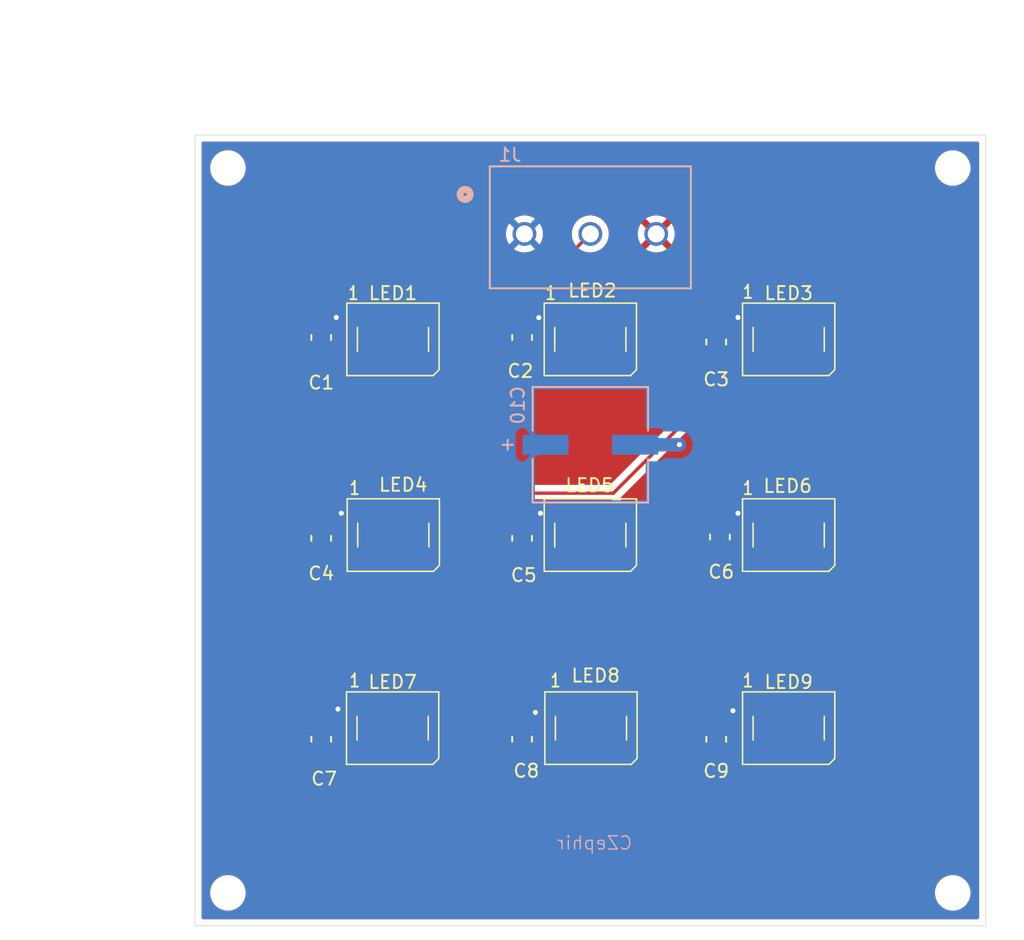
<source format=kicad_pcb>
(kicad_pcb (version 20240108) (generator "pcbnew") (generator_version "8.0")
  (layers (0 "F.Cu" signal) (31 "B.Cu" signal) (34 "B.Paste" user) (35 "F.Paste" user) (36 "B.SilkS" user "B.Silkscreen") (37 "F.SilkS" user "F.Silkscreen") (38 "B.Mask" user) (39 "F.Mask" user) (44 "Edge.Cuts" user))
  (net 0 "")
  (net 1 "GND")
  (net 2 "+5V")
  (net 3 "Net-(J1-Pin_2)")
  (net 4 "Net-(LED1-DOUT)")
  (net 5 "Net-(LED2-DOUT)")
  (net 6 "Net-(LED3-DOUT)")
  (net 7 "Net-(LED4-DOUT)")
  (net 8 "Net-(LED5-DOUT)")
  (net 9 "Net-(LED6-DOUT)")
  (net 10 "Net-(LED7-DOUT)")
  (net 11 "Net-(LED8-DOUT)")
  (footprint "FootprintLibrary:C_size0805" (layer "F.Cu") (at 147.32 101.6 -90)
    (property "Reference" "C5" (at 2.794 -0.127 0) (layer "F.SilkS"))
    (property "Value" "0.1uF")
    (fp_line (start -0.18775 0.7493) (end 0.18775 0.7493) (stroke (width 0.1524)) (layer "F.SilkS"))
    (fp_line (start 0.18775 -0.7493) (end -0.18775 -0.7493) (stroke (width 0.1524)) (layer "F.SilkS"))
    (pad "1" smd rect (at -0.9271 0 270) (size 0.8636 1.2446) (layers "F.Cu" "F.Paste" "F.Mask") (net 2 "+5V"))
    (pad "2" smd rect (at 0.9271 0 270) (size 0.8636 1.2446) (layers "F.Cu" "F.Paste" "F.Mask") (net 1 "GND"))
    (zone (net 0) (net_name "") (layer "F.Cu") (connect_pads (clearance 0)) (min_thickness 0.254)
      (keepout (tracks not_allowed) (vias not_allowed) (pads allowed) (copperpour not_allowed) (footprints allowed))
      (fill (thermal_gap 0.508) (thermal_bridge_width 0.508))
      (polygon (pts (xy 147.8915 101.1555) (xy 147.8915 102.0445) (xy 146.7485 102.0445) (xy 146.7485 101.1555)))
    )
  )
  (footprint "FootprintLibrary:C_size0805" (layer "F.Cu") (at 147.32 86.36 -90)
    (property "Reference" "C2" (at 2.54 0.127 0) (layer "F.SilkS"))
    (property "Value" "0.1uF")
    (fp_line (start -0.18775 0.7493) (end 0.18775 0.7493) (stroke (width 0.1524)) (layer "F.SilkS"))
    (fp_line (start 0.18775 -0.7493) (end -0.18775 -0.7493) (stroke (width 0.1524)) (layer "F.SilkS"))
    (pad "1" smd rect (at -0.9271 0 270) (size 0.8636 1.2446) (layers "F.Cu" "F.Paste" "F.Mask") (net 2 "+5V"))
    (pad "2" smd rect (at 0.9271 0 270) (size 0.8636 1.2446) (layers "F.Cu" "F.Paste" "F.Mask") (net 1 "GND"))
    (zone (net 0) (net_name "") (layer "F.Cu") (connect_pads (clearance 0)) (min_thickness 0.254)
      (keepout (tracks not_allowed) (vias not_allowed) (pads allowed) (copperpour not_allowed) (footprints allowed))
      (fill (thermal_gap 0.508) (thermal_bridge_width 0.508))
      (polygon (pts (xy 147.8915 85.9155) (xy 147.8915 86.8045) (xy 146.7485 86.8045) (xy 146.7485 85.9155)))
    )
  )
  (footprint "LED_SMD:LED_WS2812B_PLCC4_5.0x5.0mm_P3.2mm" (layer "F.Cu") (at 167.55 101.35)
    (property "Reference" "LED6" (at -0.075 -3.725 0) (layer "F.SilkS"))
    (property "Value" "~")
    (fp_line (start -3.5 -2.75) (end -3.5 2.75) (stroke (width 0.12)) (layer "F.SilkS"))
    (fp_line (start -3.5 -2.75) (end 3.5 -2.75) (stroke (width 0.12)) (layer "F.SilkS"))
    (fp_line (start -3.5 2.75) (end 3.05 2.75) (stroke (width 0.12)) (layer "F.SilkS"))
    (fp_line (start -2.7 0.9) (end -2.7 -0.9) (stroke (width 0.12)) (layer "F.SilkS"))
    (fp_line (start 2.7 0.9) (end 2.7 -0.9) (stroke (width 0.12)) (layer "F.SilkS"))
    (fp_line (start 3.05 2.75) (end 3.5 2.3) (stroke (width 0.12)) (layer "F.SilkS"))
    (fp_line (start 3.5 2.3) (end 3.5 -2.75) (stroke (width 0.12)) (layer "F.SilkS"))
    (fp_text user "1" (at -3.085 -3.56 0) (layer "F.SilkS") (effects (font (size 1 0.8))))
    (pad "1" smd roundrect (at -2.45 -1.65) (size 1.5 0.9) (layers "F.Cu" "F.Paste" "F.Mask") (roundrect_rratio 0.1) (net 2 "+5V"))
    (pad "2" smd roundrect (at -2.45 1.65) (size 1.5 0.9) (layers "F.Cu" "F.Paste" "F.Mask") (roundrect_rratio 0.1) (net 9 "Net-(LED6-DOUT)"))
    (pad "3" smd roundrect (at 2.45 1.65) (size 1.5 0.9) (layers "F.Cu" "F.Paste" "F.Mask") (roundrect_rratio 0.1) (net 1 "GND"))
    (pad "4" smd roundrect (at 2.45 -1.65) (size 1.5 0.9) (layers "F.Cu" "F.Paste" "F.Mask") (roundrect_rratio 0.1) (net 8 "Net-(LED5-DOUT)"))
  )
  (footprint "MountingHole:MountingHole_2.2mm_M2" (layer "F.Cu") (at 125 73.5)
    (property "Reference" "REF**" (hide yes))
    (property "Value" "MountingHole_2.2mm_M2" (hide yes))
    (pad "" np_thru_hole circle (at 0 0) (size 2.2 2.2) (drill 2.2) (layers "*.Cu" "*.Mask"))
  )
  (footprint "LED_SMD:LED_WS2812B_PLCC4_5.0x5.0mm_P3.2mm" (layer "F.Cu") (at 167.55 86.5)
    (property "Reference" "LED3" (at 0 -3.5 0) (layer "F.SilkS"))
    (property "Value" "~")
    (fp_line (start -3.5 -2.75) (end -3.5 2.75) (stroke (width 0.12)) (layer "F.SilkS"))
    (fp_line (start -3.5 -2.75) (end 3.5 -2.75) (stroke (width 0.12)) (layer "F.SilkS"))
    (fp_line (start -3.5 2.75) (end 3.05 2.75) (stroke (width 0.12)) (layer "F.SilkS"))
    (fp_line (start -2.7 0.9) (end -2.7 -0.9) (stroke (width 0.12)) (layer "F.SilkS"))
    (fp_line (start 2.7 0.9) (end 2.7 -0.9) (stroke (width 0.12)) (layer "F.SilkS"))
    (fp_line (start 3.05 2.75) (end 3.5 2.3) (stroke (width 0.12)) (layer "F.SilkS"))
    (fp_line (start 3.5 2.3) (end 3.5 -2.75) (stroke (width 0.12)) (layer "F.SilkS"))
    (fp_text user "1" (at -3.085 -3.6 0) (layer "F.SilkS") (effects (font (size 1 0.8))))
    (pad "1" smd roundrect (at -2.45 -1.65) (size 1.5 0.9) (layers "F.Cu" "F.Paste" "F.Mask") (roundrect_rratio 0.1) (net 2 "+5V"))
    (pad "2" smd roundrect (at -2.45 1.65) (size 1.5 0.9) (layers "F.Cu" "F.Paste" "F.Mask") (roundrect_rratio 0.1) (net 6 "Net-(LED3-DOUT)"))
    (pad "3" smd roundrect (at 2.45 1.65) (size 1.5 0.9) (layers "F.Cu" "F.Paste" "F.Mask") (roundrect_rratio 0.1) (net 1 "GND"))
    (pad "4" smd roundrect (at 2.45 -1.65) (size 1.5 0.9) (layers "F.Cu" "F.Paste" "F.Mask") (roundrect_rratio 0.1) (net 5 "Net-(LED2-DOUT)"))
  )
  (footprint "FootprintLibrary:C_size0805" (layer "F.Cu") (at 162.332 101.5 -90)
    (property "Reference" "C6" (at 2.64 -0.101 0) (layer "F.SilkS"))
    (property "Value" "0.1uF")
    (fp_line (start -0.18775 0.7493) (end 0.18775 0.7493) (stroke (width 0.1524)) (layer "F.SilkS"))
    (fp_line (start 0.18775 -0.7493) (end -0.18775 -0.7493) (stroke (width 0.1524)) (layer "F.SilkS"))
    (pad "1" smd rect (at -0.9271 0 270) (size 0.8636 1.2446) (layers "F.Cu" "F.Paste" "F.Mask") (net 2 "+5V"))
    (pad "2" smd rect (at 0.9271 0 270) (size 0.8636 1.2446) (layers "F.Cu" "F.Paste" "F.Mask") (net 1 "GND"))
    (zone (net 0) (net_name "") (layer "F.Cu") (connect_pads (clearance 0)) (min_thickness 0.254)
      (keepout (tracks not_allowed) (vias not_allowed) (pads allowed) (copperpour not_allowed) (footprints allowed))
      (fill (thermal_gap 0.508) (thermal_bridge_width 0.508))
      (polygon (pts (xy 162.9035 101.0555) (xy 162.9035 101.9445) (xy 161.7605 101.9445) (xy 161.7605 101.0555)))
    )
  )
  (footprint "LED_SMD:LED_WS2812B_PLCC4_5.0x5.0mm_P3.2mm" (layer "F.Cu") (at 152.5 101.35)
    (property "Reference" "LED5" (at -0.05 -3.775 0) (layer "F.SilkS"))
    (property "Value" "~")
    (fp_line (start -3.5 -2.75) (end -3.5 2.75) (stroke (width 0.12)) (layer "F.SilkS"))
    (fp_line (start -3.5 -2.75) (end 3.5 -2.75) (stroke (width 0.12)) (layer "F.SilkS"))
    (fp_line (start -3.5 2.75) (end 3.05 2.75) (stroke (width 0.12)) (layer "F.SilkS"))
    (fp_line (start -2.7 0.9) (end -2.7 -0.9) (stroke (width 0.12)) (layer "F.SilkS"))
    (fp_line (start 2.7 0.9) (end 2.7 -0.9) (stroke (width 0.12)) (layer "F.SilkS"))
    (fp_line (start 3.05 2.75) (end 3.5 2.3) (stroke (width 0.12)) (layer "F.SilkS"))
    (fp_line (start 3.5 2.3) (end 3.5 -2.75) (stroke (width 0.12)) (layer "F.SilkS"))
    (pad "1" smd roundrect (at -2.45 -1.65) (size 1.5 0.9) (layers "F.Cu" "F.Paste" "F.Mask") (roundrect_rratio 0.1) (net 2 "+5V"))
    (pad "2" smd roundrect (at -2.45 1.65) (size 1.5 0.9) (layers "F.Cu" "F.Paste" "F.Mask") (roundrect_rratio 0.1) (net 8 "Net-(LED5-DOUT)"))
    (pad "3" smd roundrect (at 2.45 1.65) (size 1.5 0.9) (layers "F.Cu" "F.Paste" "F.Mask") (roundrect_rratio 0.1) (net 1 "GND"))
    (pad "4" smd roundrect (at 2.45 -1.65) (size 1.5 0.9) (layers "F.Cu" "F.Paste" "F.Mask") (roundrect_rratio 0.1) (net 7 "Net-(LED4-DOUT)"))
  )
  (footprint "MountingHole:MountingHole_2.2mm_M2" (layer "F.Cu") (at 180 73.5)
    (property "Reference" "REF**" (hide yes))
    (property "Value" "MountingHole_2.2mm_M2" (hide yes))
    (pad "" np_thru_hole circle (at 0 0) (size 2.2 2.2) (drill 2.2) (layers "*.Cu" "*.Mask"))
  )
  (footprint "LED_SMD:LED_WS2812B_PLCC4_5.0x5.0mm_P3.2mm" (layer "F.Cu") (at 137.5 116)
    (property "Reference" "LED7" (at 0 -3.5 0) (layer "F.SilkS"))
    (property "Value" "~")
    (fp_line (start -3.5 -2.75) (end -3.5 2.75) (stroke (width 0.12)) (layer "F.SilkS"))
    (fp_line (start -3.5 -2.75) (end 3.5 -2.75) (stroke (width 0.12)) (layer "F.SilkS"))
    (fp_line (start -3.5 2.75) (end 3.05 2.75) (stroke (width 0.12)) (layer "F.SilkS"))
    (fp_line (start -2.7 0.9) (end -2.7 -0.9) (stroke (width 0.12)) (layer "F.SilkS"))
    (fp_line (start 2.7 0.9) (end 2.7 -0.9) (stroke (width 0.12)) (layer "F.SilkS"))
    (fp_line (start 3.05 2.75) (end 3.5 2.3) (stroke (width 0.12)) (layer "F.SilkS"))
    (fp_line (start 3.5 2.3) (end 3.5 -2.75) (stroke (width 0.12)) (layer "F.SilkS"))
    (fp_text user "1" (at -2.88 -3.605 0) (layer "F.SilkS") (effects (font (size 1 0.8))))
    (pad "1" smd roundrect (at -2.45 -1.65) (size 1.5 0.9) (layers "F.Cu" "F.Paste" "F.Mask") (roundrect_rratio 0.1) (net 2 "+5V"))
    (pad "2" smd roundrect (at -2.45 1.65) (size 1.5 0.9) (layers "F.Cu" "F.Paste" "F.Mask") (roundrect_rratio 0.1) (net 10 "Net-(LED7-DOUT)"))
    (pad "3" smd roundrect (at 2.45 1.65) (size 1.5 0.9) (layers "F.Cu" "F.Paste" "F.Mask") (roundrect_rratio 0.1) (net 1 "GND"))
    (pad "4" smd roundrect (at 2.45 -1.65) (size 1.5 0.9) (layers "F.Cu" "F.Paste" "F.Mask") (roundrect_rratio 0.1) (net 9 "Net-(LED6-DOUT)"))
  )
  (footprint "MountingHole:MountingHole_2.2mm_M2" (layer "F.Cu") (at 125 128.5)
    (property "Reference" "REF**" (hide yes))
    (property "Value" "MountingHole_2.2mm_M2" (hide yes))
    (pad "" np_thru_hole circle (at 0 0) (size 2.2 2.2) (drill 2.2) (layers "*.Cu" "*.Mask"))
  )
  (footprint "LED_SMD:LED_WS2812B_PLCC4_5.0x5.0mm_P3.2mm" (layer "F.Cu") (at 167.55 116)
    (property "Reference" "LED9" (at 0 -3.5 0) (layer "F.SilkS"))
    (property "Value" "~")
    (fp_line (start -3.5 -2.75) (end -3.5 2.75) (stroke (width 0.12)) (layer "F.SilkS"))
    (fp_line (start -3.5 -2.75) (end 3.5 -2.75) (stroke (width 0.12)) (layer "F.SilkS"))
    (fp_line (start -3.5 2.75) (end 3.05 2.75) (stroke (width 0.12)) (layer "F.SilkS"))
    (fp_line (start -2.7 0.9) (end -2.7 -0.9) (stroke (width 0.12)) (layer "F.SilkS"))
    (fp_line (start 2.7 0.9) (end 2.7 -0.9) (stroke (width 0.12)) (layer "F.SilkS"))
    (fp_line (start 3.05 2.75) (end 3.5 2.3) (stroke (width 0.12)) (layer "F.SilkS"))
    (fp_line (start 3.5 2.3) (end 3.5 -2.75) (stroke (width 0.12)) (layer "F.SilkS"))
    (fp_text user "1" (at -3.085 -3.605 0) (layer "F.SilkS") (effects (font (size 1 0.8))))
    (pad "1" smd roundrect (at -2.45 -1.65) (size 1.5 0.9) (layers "F.Cu" "F.Paste" "F.Mask") (roundrect_rratio 0.1) (net 2 "+5V"))
    (pad "2" smd roundrect (at -2.45 1.65) (size 1.5 0.9) (layers "F.Cu" "F.Paste" "F.Mask") (roundrect_rratio 0.1))
    (pad "3" smd roundrect (at 2.45 1.65) (size 1.5 0.9) (layers "F.Cu" "F.Paste" "F.Mask") (roundrect_rratio 0.1) (net 1 "GND"))
    (pad "4" smd roundrect (at 2.45 -1.65) (size 1.5 0.9) (layers "F.Cu" "F.Paste" "F.Mask") (roundrect_rratio 0.1) (net 11 "Net-(LED8-DOUT)"))
  )
  (footprint "FootprintLibrary:C_size0805" (layer "F.Cu") (at 162.052 86.7 -90)
    (property "Reference" "C3" (at 2.835 0 0) (layer "F.SilkS"))
    (property "Value" "0.1uF")
    (fp_line (start -0.18775 0.7493) (end 0.18775 0.7493) (stroke (width 0.1524)) (layer "F.SilkS"))
    (fp_line (start 0.18775 -0.7493) (end -0.18775 -0.7493) (stroke (width 0.1524)) (layer "F.SilkS"))
    (pad "1" smd rect (at -0.9271 0 270) (size 0.8636 1.2446) (layers "F.Cu" "F.Paste" "F.Mask") (net 2 "+5V"))
    (pad "2" smd rect (at 0.9271 0 270) (size 0.8636 1.2446) (layers "F.Cu" "F.Paste" "F.Mask") (net 1 "GND"))
    (zone (net 0) (net_name "") (layer "F.Cu") (connect_pads (clearance 0)) (min_thickness 0.254)
      (keepout (tracks not_allowed) (vias not_allowed) (pads allowed) (copperpour not_allowed) (footprints allowed))
      (fill (thermal_gap 0.508) (thermal_bridge_width 0.508))
      (polygon (pts (xy 162.6235 86.2555) (xy 162.6235 87.1445) (xy 161.4805 87.1445) (xy 161.4805 86.2555)))
    )
  )
  (footprint "LED_SMD:LED_WS2812B_PLCC4_5.0x5.0mm_P3.2mm" (layer "F.Cu") (at 137.525 86.5)
    (property "Reference" "LED1" (at 0 -3.5 0) (layer "F.SilkS"))
    (property "Value" "~")
    (fp_line (start -3.5 -2.75) (end -3.5 2.75) (stroke (width 0.12)) (layer "F.SilkS"))
    (fp_line (start -3.5 -2.75) (end 3.5 -2.75) (stroke (width 0.12)) (layer "F.SilkS"))
    (fp_line (start -3.5 2.75) (end 3.05 2.75) (stroke (width 0.12)) (layer "F.SilkS"))
    (fp_line (start -2.7 0.9) (end -2.7 -0.9) (stroke (width 0.12)) (layer "F.SilkS"))
    (fp_line (start 2.7 0.9) (end 2.7 -0.9) (stroke (width 0.12)) (layer "F.SilkS"))
    (fp_line (start 3.05 2.75) (end 3.5 2.3) (stroke (width 0.12)) (layer "F.SilkS"))
    (fp_line (start 3.5 2.3) (end 3.5 -2.75) (stroke (width 0.12)) (layer "F.SilkS"))
    (fp_text user "1" (at -3 -3.5 0) (layer "F.SilkS") (effects (font (size 1 0.8))))
    (pad "1" smd roundrect (at -2.45 -1.65) (size 1.5 0.9) (layers "F.Cu" "F.Paste" "F.Mask") (roundrect_rratio 0.1) (net 2 "+5V"))
    (pad "2" smd roundrect (at -2.45 1.65) (size 1.5 0.9) (layers "F.Cu" "F.Paste" "F.Mask") (roundrect_rratio 0.1) (net 4 "Net-(LED1-DOUT)"))
    (pad "3" smd roundrect (at 2.45 1.65) (size 1.5 0.9) (layers "F.Cu" "F.Paste" "F.Mask") (roundrect_rratio 0.1) (net 1 "GND"))
    (pad "4" smd roundrect (at 2.45 -1.65) (size 1.5 0.9) (layers "F.Cu" "F.Paste" "F.Mask") (roundrect_rratio 0.1) (net 3 "Net-(J1-Pin_2)"))
  )
  (footprint "LED_SMD:LED_WS2812B_PLCC4_5.0x5.0mm_P3.2mm" (layer "F.Cu") (at 137.55 101.35)
    (property "Reference" "LED4" (at 0.753 -3.814 0) (layer "F.SilkS"))
    (property "Value" "~")
    (fp_line (start -3.5 -2.75) (end -3.5 2.75) (stroke (width 0.12)) (layer "F.SilkS"))
    (fp_line (start -3.5 -2.75) (end 3.5 -2.75) (stroke (width 0.12)) (layer "F.SilkS"))
    (fp_line (start -3.5 2.75) (end 3.05 2.75) (stroke (width 0.12)) (layer "F.SilkS"))
    (fp_line (start -2.7 0.9) (end -2.7 -0.9) (stroke (width 0.12)) (layer "F.SilkS"))
    (fp_line (start 2.7 0.9) (end 2.7 -0.9) (stroke (width 0.12)) (layer "F.SilkS"))
    (fp_line (start 3.05 2.75) (end 3.5 2.3) (stroke (width 0.12)) (layer "F.SilkS"))
    (fp_line (start 3.5 2.3) (end 3.5 -2.75) (stroke (width 0.12)) (layer "F.SilkS"))
    (fp_text user "1" (at -2.93 -3.56 0) (layer "F.SilkS") (effects (font (size 1 0.8))))
    (pad "1" smd roundrect (at -2.45 -1.65) (size 1.5 0.9) (layers "F.Cu" "F.Paste" "F.Mask") (roundrect_rratio 0.1) (net 2 "+5V"))
    (pad "2" smd roundrect (at -2.45 1.65) (size 1.5 0.9) (layers "F.Cu" "F.Paste" "F.Mask") (roundrect_rratio 0.1) (net 7 "Net-(LED4-DOUT)"))
    (pad "3" smd roundrect (at 2.45 1.65) (size 1.5 0.9) (layers "F.Cu" "F.Paste" "F.Mask") (roundrect_rratio 0.1) (net 1 "GND"))
    (pad "4" smd roundrect (at 2.45 -1.65) (size 1.5 0.9) (layers "F.Cu" "F.Paste" "F.Mask") (roundrect_rratio 0.1) (net 6 "Net-(LED3-DOUT)"))
  )
  (footprint "LED_SMD:LED_WS2812B_PLCC4_5.0x5.0mm_P3.2mm" (layer "F.Cu") (at 152.55 116)
    (property "Reference" "LED8" (at 0.358 -3.986 0) (layer "F.SilkS"))
    (property "Value" "~")
    (fp_line (start -3.5 -2.75) (end -3.5 2.75) (stroke (width 0.12)) (layer "F.SilkS"))
    (fp_line (start -3.5 -2.75) (end 3.5 -2.75) (stroke (width 0.12)) (layer "F.SilkS"))
    (fp_line (start -3.5 2.75) (end 3.05 2.75) (stroke (width 0.12)) (layer "F.SilkS"))
    (fp_line (start -2.7 0.9) (end -2.7 -0.9) (stroke (width 0.12)) (layer "F.SilkS"))
    (fp_line (start 2.7 0.9) (end 2.7 -0.9) (stroke (width 0.12)) (layer "F.SilkS"))
    (fp_line (start 3.05 2.75) (end 3.5 2.3) (stroke (width 0.12)) (layer "F.SilkS"))
    (fp_line (start 3.5 2.3) (end 3.5 -2.75) (stroke (width 0.12)) (layer "F.SilkS"))
    (fp_text user "1" (at -2.69 -3.605 0) (layer "F.SilkS") (effects (font (size 1 0.8))))
    (pad "1" smd roundrect (at -2.45 -1.65) (size 1.5 0.9) (layers "F.Cu" "F.Paste" "F.Mask") (roundrect_rratio 0.1) (net 2 "+5V"))
    (pad "2" smd roundrect (at -2.45 1.65) (size 1.5 0.9) (layers "F.Cu" "F.Paste" "F.Mask") (roundrect_rratio 0.1) (net 11 "Net-(LED8-DOUT)"))
    (pad "3" smd roundrect (at 2.45 1.65) (size 1.5 0.9) (layers "F.Cu" "F.Paste" "F.Mask") (roundrect_rratio 0.1) (net 1 "GND"))
    (pad "4" smd roundrect (at 2.45 -1.65) (size 1.5 0.9) (layers "F.Cu" "F.Paste" "F.Mask") (roundrect_rratio 0.1) (net 10 "Net-(LED7-DOUT)"))
  )
  (footprint "LED_SMD:LED_WS2812B_PLCC4_5.0x5.0mm_P3.2mm" (layer "F.Cu") (at 152.5 86.5)
    (property "Reference" "LED2" (at 0.154 -3.696 0) (layer "F.SilkS"))
    (property "Value" "~")
    (fp_line (start -3.5 -2.75) (end -3.5 2.75) (stroke (width 0.12)) (layer "F.SilkS"))
    (fp_line (start -3.5 -2.75) (end 3.5 -2.75) (stroke (width 0.12)) (layer "F.SilkS"))
    (fp_line (start -3.5 2.75) (end 3.05 2.75) (stroke (width 0.12)) (layer "F.SilkS"))
    (fp_line (start -2.7 0.9) (end -2.7 -0.9) (stroke (width 0.12)) (layer "F.SilkS"))
    (fp_line (start 2.7 0.9) (end 2.7 -0.9) (stroke (width 0.12)) (layer "F.SilkS"))
    (fp_line (start 3.05 2.75) (end 3.5 2.3) (stroke (width 0.12)) (layer "F.SilkS"))
    (fp_line (start 3.5 2.3) (end 3.5 -2.75) (stroke (width 0.12)) (layer "F.SilkS"))
    (fp_text user "1" (at -3 -3.5 0) (layer "F.SilkS") (effects (font (size 1 0.8))))
    (pad "1" smd roundrect (at -2.45 -1.65) (size 1.5 0.9) (layers "F.Cu" "F.Paste" "F.Mask") (roundrect_rratio 0.1) (net 2 "+5V"))
    (pad "2" smd roundrect (at -2.45 1.65) (size 1.5 0.9) (layers "F.Cu" "F.Paste" "F.Mask") (roundrect_rratio 0.1) (net 5 "Net-(LED2-DOUT)"))
    (pad "3" smd roundrect (at 2.45 1.65) (size 1.5 0.9) (layers "F.Cu" "F.Paste" "F.Mask") (roundrect_rratio 0.1) (net 1 "GND"))
    (pad "4" smd roundrect (at 2.45 -1.65) (size 1.5 0.9) (layers "F.Cu" "F.Paste" "F.Mask") (roundrect_rratio 0.1) (net 4 "Net-(LED1-DOUT)"))
  )
  (footprint "FootprintLibrary:C_size0805" (layer "F.Cu") (at 162.052 116.84 -90)
    (property "Reference" "C9" (at 2.413 0 0) (layer "F.SilkS"))
    (property "Value" "0.1uF")
    (fp_line (start -0.18775 0.7493) (end 0.18775 0.7493) (stroke (width 0.1524)) (layer "F.SilkS"))
    (fp_line (start 0.18775 -0.7493) (end -0.18775 -0.7493) (stroke (width 0.1524)) (layer "F.SilkS"))
    (pad "1" smd rect (at -0.9271 0 270) (size 0.8636 1.2446) (layers "F.Cu" "F.Paste" "F.Mask") (net 2 "+5V"))
    (pad "2" smd rect (at 0.9271 0 270) (size 0.8636 1.2446) (layers "F.Cu" "F.Paste" "F.Mask") (net 1 "GND"))
    (zone (net 0) (net_name "") (layer "F.Cu") (connect_pads (clearance 0)) (min_thickness 0.254)
      (keepout (tracks not_allowed) (vias not_allowed) (pads allowed) (copperpour not_allowed) (footprints allowed))
      (fill (thermal_gap 0.508) (thermal_bridge_width 0.508))
      (polygon (pts (xy 162.6235 116.3955) (xy 162.6235 117.2845) (xy 161.4805 117.2845) (xy 161.4805 116.3955)))
    )
  )
  (footprint "FootprintLibrary:C_size0805" (layer "F.Cu") (at 132.08 116.84 -90)
    (property "Reference" "C7" (at 3 -0.225 0) (layer "F.SilkS"))
    (property "Value" "0.1uF")
    (fp_line (start -0.18775 0.7493) (end 0.18775 0.7493) (stroke (width 0.1524)) (layer "F.SilkS"))
    (fp_line (start 0.18775 -0.7493) (end -0.18775 -0.7493) (stroke (width 0.1524)) (layer "F.SilkS"))
    (pad "1" smd rect (at -0.9271 0 270) (size 0.8636 1.2446) (layers "F.Cu" "F.Paste" "F.Mask") (net 2 "+5V"))
    (pad "2" smd rect (at 0.9271 0 270) (size 0.8636 1.2446) (layers "F.Cu" "F.Paste" "F.Mask") (net 1 "GND"))
    (zone (net 0) (net_name "") (layer "F.Cu") (connect_pads (clearance 0)) (min_thickness 0.254)
      (keepout (tracks not_allowed) (vias not_allowed) (pads allowed) (copperpour not_allowed) (footprints allowed))
      (fill (thermal_gap 0.508) (thermal_bridge_width 0.508))
      (polygon (pts (xy 132.6515 116.3955) (xy 132.6515 117.2845) (xy 131.5085 117.2845) (xy 131.5085 116.3955)))
    )
  )
  (footprint "FootprintLibrary:C_size0805" (layer "F.Cu") (at 132.08 101.6 -90)
    (property "Reference" "C4" (at 2.667 0 0) (layer "F.SilkS"))
    (property "Value" "0.1uF")
    (fp_line (start -0.18775 0.7493) (end 0.18775 0.7493) (stroke (width 0.1524)) (layer "F.SilkS"))
    (fp_line (start 0.18775 -0.7493) (end -0.18775 -0.7493) (stroke (width 0.1524)) (layer "F.SilkS"))
    (pad "1" smd rect (at -0.9271 0 270) (size 0.8636 1.2446) (layers "F.Cu" "F.Paste" "F.Mask") (net 2 "+5V"))
    (pad "2" smd rect (at 0.9271 0 270) (size 0.8636 1.2446) (layers "F.Cu" "F.Paste" "F.Mask") (net 1 "GND"))
    (zone (net 0) (net_name "") (layer "F.Cu") (connect_pads (clearance 0)) (min_thickness 0.254)
      (keepout (tracks not_allowed) (vias not_allowed) (pads allowed) (copperpour not_allowed) (footprints allowed))
      (fill (thermal_gap 0.508) (thermal_bridge_width 0.508))
      (polygon (pts (xy 132.6515 101.1555) (xy 132.6515 102.0445) (xy 131.5085 102.0445) (xy 131.5085 101.1555)))
    )
  )
  (footprint "FootprintLibrary:C_size0805" (layer "F.Cu") (at 132.08 86.36 -90)
    (property "Reference" "C1" (at 3.425 -0.005 0) (layer "F.SilkS"))
    (property "Value" "0.1uF")
    (fp_line (start -0.18775 0.7493) (end 0.18775 0.7493) (stroke (width 0.1524)) (layer "F.SilkS"))
    (fp_line (start 0.18775 -0.7493) (end -0.18775 -0.7493) (stroke (width 0.1524)) (layer "F.SilkS"))
    (pad "1" smd rect (at -0.9271 0 270) (size 0.8636 1.2446) (layers "F.Cu" "F.Paste" "F.Mask") (net 2 "+5V"))
    (pad "2" smd rect (at 0.9271 0 270) (size 0.8636 1.2446) (layers "F.Cu" "F.Paste" "F.Mask") (net 1 "GND"))
    (zone (net 0) (net_name "") (layer "F.Cu") (connect_pads (clearance 0)) (min_thickness 0.254)
      (keepout (tracks not_allowed) (vias not_allowed) (pads allowed) (copperpour not_allowed) (footprints allowed))
      (fill (thermal_gap 0.508) (thermal_bridge_width 0.508))
      (polygon (pts (xy 132.6515 85.9155) (xy 132.6515 86.8045) (xy 131.5085 86.8045) (xy 131.5085 85.9155)))
    )
  )
  (footprint "FootprintLibrary:C_size0805" (layer "F.Cu") (at 147.32 116.84 -90)
    (property "Reference" "C8" (at 2.4 -0.325 0) (layer "F.SilkS"))
    (property "Value" "0.1uF")
    (fp_line (start -0.18775 0.7493) (end 0.18775 0.7493) (stroke (width 0.1524)) (layer "F.SilkS"))
    (fp_line (start 0.18775 -0.7493) (end -0.18775 -0.7493) (stroke (width 0.1524)) (layer "F.SilkS"))
    (pad "1" smd rect (at -0.9271 0 270) (size 0.8636 1.2446) (layers "F.Cu" "F.Paste" "F.Mask") (net 2 "+5V"))
    (pad "2" smd rect (at 0.9271 0 270) (size 0.8636 1.2446) (layers "F.Cu" "F.Paste" "F.Mask") (net 1 "GND"))
    (zone (net 0) (net_name "") (layer "F.Cu") (connect_pads (clearance 0)) (min_thickness 0.254)
      (keepout (tracks not_allowed) (vias not_allowed) (pads allowed) (copperpour not_allowed) (footprints allowed))
      (fill (thermal_gap 0.508) (thermal_bridge_width 0.508))
      (polygon (pts (xy 147.8915 116.3955) (xy 147.8915 117.2845) (xy 146.7485 117.2845) (xy 146.7485 116.3955)))
    )
  )
  (footprint "MountingHole:MountingHole_2.2mm_M2" (layer "F.Cu") (at 180 128.5)
    (property "Reference" "REF**" (hide yes))
    (property "Value" "MountingHole_2.2mm_M2" (hide yes))
    (pad "" np_thru_hole circle (at 0 0) (size 2.2 2.2) (drill 2.2) (layers "*.Cu" "*.Mask"))
  )
  (footprint "FootprintLibrary:PCAP_8x10-ELECT_NCA" (layer "B.Cu") (at 152.5 94.5)
    (property "Reference" "C10" (at -5.5 -3 90) (layer "B.SilkS") (effects (justify mirror)))
    (property "Value" "470uF")
    (fp_line (start -6.6548 0) (end -5.8928 0) (stroke (width 0.1524)) (layer "B.SilkS"))
    (fp_line (start -6.2738 -0.381) (end -6.2738 0.381) (stroke (width 0.1524)) (layer "B.SilkS"))
    (fp_line (start -4.3815 -4.3815) (end -4.3815 -1.08204) (stroke (width 0.1524)) (layer "B.SilkS"))
    (fp_line (start -4.3815 1.08204) (end -4.3815 4.3815) (stroke (width 0.1524)) (layer "B.SilkS"))
    (fp_line (start -4.3815 4.3815) (end 4.3815 4.3815) (stroke (width 0.1524)) (layer "B.SilkS"))
    (fp_line (start 4.3815 -4.3815) (end -4.3815 -4.3815) (stroke (width 0.1524)) (layer "B.SilkS"))
    (fp_line (start 4.3815 -1.08204) (end 4.3815 -4.3815) (stroke (width 0.1524)) (layer "B.SilkS"))
    (fp_line (start 4.3815 4.3815) (end 4.3815 1.08204) (stroke (width 0.1524)) (layer "B.SilkS"))
    (pad "1" smd rect (at -3.4036 0) (size 3.5052 1.4986) (layers "B.Cu" "B.Paste" "B.Mask") (net 2 "+5V"))
    (pad "2" smd rect (at 3.4036 0) (size 3.5052 1.4986) (layers "B.Cu" "B.Paste" "B.Mask") (net 1 "GND"))
    (zone (net 0) (net_name "") (layer "B.Cu") (connect_pads (clearance 0)) (min_thickness 0.254)
      (keepout (tracks not_allowed) (vias not_allowed) (pads allowed) (copperpour not_allowed) (footprints allowed))
      (fill (thermal_gap 0.508) (thermal_bridge_width 0.508))
      (polygon (pts (xy 148.2963 93.6999) (xy 156.7037 93.6999) (xy 156.7037 90.2963) (xy 148.2963 90.2963)))
    )
    (zone (net 0) (net_name "") (layer "B.Cu") (connect_pads (clearance 0)) (min_thickness 0.254)
      (keepout (tracks not_allowed) (vias not_allowed) (pads allowed) (copperpour not_allowed) (footprints allowed))
      (fill (thermal_gap 0.508) (thermal_bridge_width 0.508))
      (polygon (pts (xy 148.2963 98.7037) (xy 156.7037 98.7037) (xy 156.7037 95.3001) (xy 148.2963 95.3001)))
    )
    (zone (net 0) (net_name "") (layer "B.Cu") (connect_pads (clearance 0)) (min_thickness 0.254)
      (keepout (tracks not_allowed) (vias not_allowed) (pads allowed) (copperpour not_allowed) (footprints allowed))
      (fill (thermal_gap 0.508) (thermal_bridge_width 0.508))
      (polygon (pts (xy 150.8998 95.3001) (xy 154.1002 95.3001) (xy 154.1002 93.6999) (xy 150.8998 93.6999)))
    )
  )
  (footprint "FootprintLibrary:CONN_3pos_GREEN" (layer "B.Cu") (at 147.5 78.5)
    (property "Reference" "J1" (at -1.104899 -6 0) (layer "B.SilkS") (effects (justify mirror)))
    (property "Value" "Lumière")
    (fp_line (start -2.627 -5.127) (end -2.627 4.127) (stroke (width 0.1524)) (layer "B.SilkS"))
    (fp_line (start -2.627 4.127) (end 12.627001 4.127) (stroke (width 0.1524)) (layer "B.SilkS"))
    (fp_line (start 12.627001 -5.127) (end -2.627 -5.127) (stroke (width 0.1524)) (layer "B.SilkS"))
    (fp_line (start 12.627001 4.127) (end 12.627001 -5.127) (stroke (width 0.1524)) (layer "B.SilkS"))
    (fp_circle (center -4.5 -3) (end -4.119 -3) (stroke (width 0.508)) (fill none) (layer "B.SilkS"))
    (fp_circle (center -4.5 -3) (end -4.119 -3) (stroke (width 0.508)) (fill none) (layer "F.SilkS"))
    (pad "1" thru_hole circle (at 0 0) (size 1.8034 1.8034) (drill 1.2954) (layers "*.Cu" "*.Mask") (net 2 "+5V"))
    (pad "2" thru_hole circle (at 5 0) (size 1.8034 1.8034) (drill 1.2954) (layers "*.Cu" "*.Mask") (net 3 "Net-(J1-Pin_2)"))
    (pad "3" thru_hole circle (at 10 0) (size 1.8034 1.8034) (drill 1.2954) (layers "*.Cu" "*.Mask") (net 1 "GND"))
  )
  (gr_rect (start 122.5 71) (end 182.5 131) (stroke (width 0.05)) (fill none) (layer "Edge.Cuts"))
  (gr_text "CZephir" (at 155.7528 125.2982 0) (layer "B.SilkS") (effects (font (size 1 1) (thickness 0.1)) (justify left bottom mirror)))
  (via (at 159.258 94.488) (size 1.016) (drill 0.381) (layers "F.Cu" "B.Cu") (net 1))
  (segment (start 159.246 94.5) (end 159.258 94.488) (width 1.016) (layer "B.Cu") (net 1))
  (segment (start 155.9036 94.5) (end 159.246 94.5) (width 1.016) (layer "B.Cu") (net 1))
  (segment (start 150.1 114.35) (end 148.8575 114.35) (width 1.016) (layer "F.Cu") (net 2))
  (segment (start 150.05 99.7) (end 148.2675 99.7) (width 1.016) (layer "F.Cu") (net 2))
  (segment (start 165.1 84.85) (end 162.9495 84.85) (width 1.016) (layer "F.Cu") (net 2))
  (segment (start 133.0275 99.7) (end 132.08 100.6475) (width 1.016) (layer "F.Cu") (net 2))
  (segment (start 162.9495 84.85) (end 162.052 85.7475) (width 1.016) (layer "F.Cu") (net 2))
  (segment (start 135.05 114.35) (end 133.6175 114.35) (width 1.016) (layer "F.Cu") (net 2))
  (segment (start 165.1 114.35) (end 163.5895 114.35) (width 1.016) (layer "F.Cu") (net 2))
  (segment (start 132.6375 84.85) (end 132.08 85.4075) (width 1.016) (layer "F.Cu") (net 2))
  (segment (start 165.1 99.7) (end 162.397578 99.7) (width 1.016) (layer "F.Cu") (net 2))
  (segment (start 162.397578 99.7) (end 162.332 99.765578) (width 1.016) (layer "F.Cu") (net 2))
  (segment (start 133.6175 114.35) (end 132.08 115.8875) (width 1.016) (layer "F.Cu") (net 2))
  (segment (start 150.05 84.85) (end 148.59 84.85) (width 1.016) (layer "F.Cu") (net 2))
  (segment (start 148.2675 99.7) (end 147.32 100.6475) (width 1.016) (layer "F.Cu") (net 2))
  (segment (start 135.1 99.7) (end 133.0275 99.7) (width 1.016) (layer "F.Cu") (net 2))
  (segment (start 162.332 99.765578) (end 162.332 100.5475) (width 1.016) (layer "F.Cu") (net 2))
  (segment (start 135.075 84.85) (end 132.6375 84.85) (width 1.016) (layer "F.Cu") (net 2))
  (segment (start 163.5895 114.35) (end 162.052 115.8875) (width 1.016) (layer "F.Cu") (net 2))
  (segment (start 148.8575 114.35) (end 147.32 115.8875) (width 1.016) (layer "F.Cu") (net 2))
  (segment (start 148.59 84.85) (end 147.8775 84.85) (width 1.016) (layer "F.Cu") (net 2))
  (segment (start 147.8775 84.85) (end 147.32 85.4075) (width 1.016) (layer "F.Cu") (net 2))
  (via (at 163.322 114.681) (size 1.016) (drill 0.381) (layers "F.Cu" "B.Cu") (net 2))
  (via (at 148.336 114.808) (size 1.016) (drill 0.381) (layers "F.Cu" "B.Cu") (net 2))
  (via (at 163.703 84.836) (size 1.016) (drill 0.381) (layers "F.Cu" "B.Cu") (net 2))
  (via (at 133.223 84.836) (size 1.016) (drill 0.381) (layers "F.Cu" "B.Cu") (net 2))
  (via (at 148.59 84.85) (size 1.016) (drill 0.381) (layers "F.Cu" "B.Cu") (net 2))
  (via (at 148.717 99.695) (size 1.016) (drill 0.381) (layers "F.Cu" "B.Cu") (net 2))
  (via (at 133.35 114.554) (size 1.016) (drill 0.381) (layers "F.Cu" "B.Cu") (net 2))
  (via (at 133.604 99.695) (size 1.016) (drill 0.381) (layers "F.Cu" "B.Cu") (net 2))
  (via (at 163.703 99.695) (size 1.016) (drill 0.381) (layers "F.Cu" "B.Cu") (net 2))
  (segment (start 141.513 83.312) (end 147.688 83.312) (width 0.254) (layer "F.Cu") (net 3))
  (segment (start 139.975 84.85) (end 141.513 83.312) (width 0.254) (layer "F.Cu") (net 3))
  (segment (start 147.688 83.312) (end 152.5 78.5) (width 0.254) (layer "F.Cu") (net 3))
  (segment (start 145.923 83.82) (end 153.92 83.82) (width 0.254) (layer "F.Cu") (net 4))
  (segment (start 135.9568 87.2682) (end 142.4748 87.2682) (width 0.254) (layer "F.Cu") (net 4))
  (segment (start 142.4748 87.2682) (end 145.923 83.82) (width 0.254) (layer "F.Cu") (net 4))
  (segment (start 153.92 83.82) (end 154.95 84.85) (width 0.254) (layer "F.Cu") (net 4))
  (segment (start 135.075 88.15) (end 135.9568 87.2682) (width 0.254) (layer "F.Cu") (net 4))
  (segment (start 168.97 83.82) (end 170 84.85) (width 0.254) (layer "F.Cu") (net 5))
  (segment (start 160.2262 85.681) (end 162.0872 83.82) (width 0.254) (layer "F.Cu") (net 5))
  (segment (start 150.05 88.15) (end 152.519 85.681) (width 0.254) (layer "F.Cu") (net 5))
  (segment (start 152.519 85.681) (end 160.2262 85.681) (width 0.254) (layer "F.Cu") (net 5))
  (segment (start 162.0872 83.82) (end 168.97 83.82) (width 0.254) (layer "F.Cu") (net 5))
  (segment (start 154.245922 98.171) (end 141.529 98.171) (width 0.254) (layer "F.Cu") (net 6))
  (segment (start 165.1 88.15) (end 164.266922 88.15) (width 0.254) (layer "F.Cu") (net 6))
  (segment (start 164.266922 88.15) (end 154.245922 98.171) (width 0.254) (layer "F.Cu") (net 6))
  (segment (start 141.529 98.171) (end 140 99.7) (width 0.254) (layer "F.Cu") (net 6))
  (segment (start 154.0052 98.7552) (end 154.95 99.7) (width 0.254) (layer "F.Cu") (net 7))
  (segment (start 135.9818 102.1182) (end 143.6268 102.1182) (width 0.254) (layer "F.Cu") (net 7))
  (segment (start 143.6268 102.1182) (end 146.9898 98.7552) (width 0.254) (layer "F.Cu") (net 7))
  (segment (start 135.1 103) (end 135.9818 102.1182) (width 0.254) (layer "F.Cu") (net 7))
  (segment (start 146.9898 98.7552) (end 154.0052 98.7552) (width 0.254) (layer "F.Cu") (net 7))
  (segment (start 150.9318 102.1182) (end 158.4858 102.1182) (width 0.254) (layer "F.Cu") (net 8))
  (segment (start 169.0552 98.7552) (end 170 99.7) (width 0.254) (layer "F.Cu") (net 8))
  (segment (start 150.05 103) (end 150.9318 102.1182) (width 0.254) (layer "F.Cu") (net 8))
  (segment (start 158.4858 102.1182) (end 161.8488 98.7552) (width 0.254) (layer "F.Cu") (net 8))
  (segment (start 161.8488 98.7552) (end 169.0552 98.7552) (width 0.254) (layer "F.Cu") (net 8))
  (segment (start 141.3978 112.9022) (end 139.95 114.35) (width 0.254) (layer "F.Cu") (net 9))
  (segment (start 155.1978 112.9022) (end 141.3978 112.9022) (width 0.254) (layer "F.Cu") (net 9))
  (segment (start 165.1 103) (end 155.1978 112.9022) (width 0.254) (layer "F.Cu") (net 9))
  (segment (start 144.7248 116.7682) (end 148.0828 113.4102) (width 0.254) (layer "F.Cu") (net 10))
  (segment (start 135.9318 116.7682) (end 144.7248 116.7682) (width 0.254) (layer "F.Cu") (net 10))
  (segment (start 148.0828 113.4102) (end 154.0602 113.4102) (width 0.254) (layer "F.Cu") (net 10))
  (segment (start 135.05 117.65) (end 135.9318 116.7682) (width 0.254) (layer "F.Cu") (net 10))
  (segment (start 154.0602 113.4102) (end 155 114.35) (width 0.254) (layer "F.Cu") (net 10))
  (segment (start 150.1 117.65) (end 150.9989 116.7511) (width 0.254) (layer "F.Cu") (net 11))
  (segment (start 168.934 113.284) (end 170 114.35) (width 0.254) (layer "F.Cu") (net 11))
  (segment (start 162.7632 113.284) (end 168.934 113.284) (width 0.254) (layer "F.Cu") (net 11))
  (segment (start 159.2961 116.7511) (end 162.7632 113.284) (width 0.254) (layer "F.Cu") (net 11))
  (segment (start 150.9989 116.7511) (end 159.2961 116.7511) (width 0.254) (layer "F.Cu") (net 11))
  (zone (net 1) (net_name "GND") (layer "F.Cu") (connect_pads (clearance 0.5)) (min_thickness 0.25) (fill yes (thermal_gap 0.5) (thermal_bridge_width 0.5))
    (polygon (pts (xy 119.38 68.58) (xy 185.42 68.58) (xy 185.42 132.08) (xy 119.38 132.08)))
  )
  (zone (net 2) (net_name "+5V") (layer "B.Cu") (priority 1) (connect_pads (clearance 0.5)) (min_thickness 0.25) (fill yes (thermal_gap 0.5) (thermal_bridge_width 0.5))
    (polygon (pts (xy 119.38 68.58) (xy 185.42 68.58) (xy 185.42 132.08) (xy 119.38 132.08)))
  )
)
</source>
